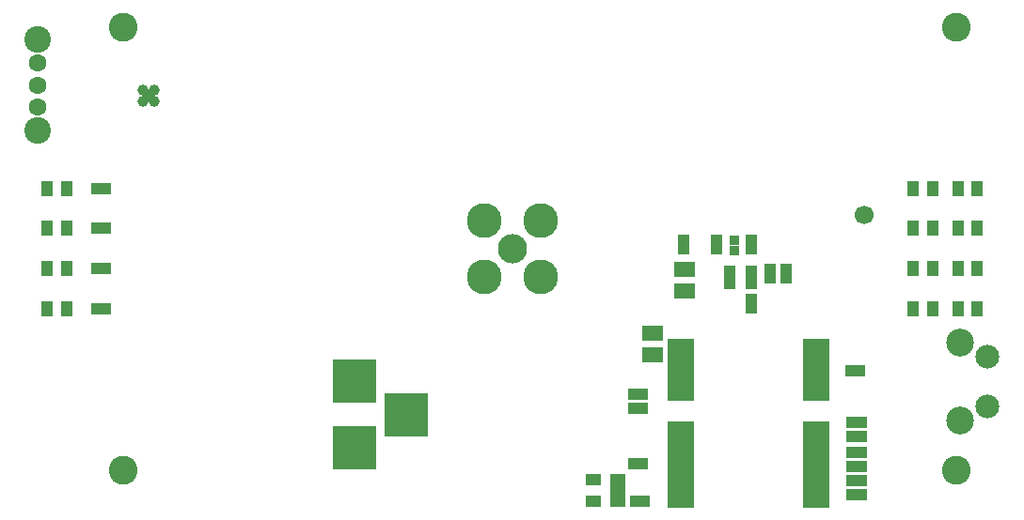
<source format=gbr>
G04 #@! TF.FileFunction,Soldermask,Bot*
%FSLAX46Y46*%
G04 Gerber Fmt 4.6, Leading zero omitted, Abs format (unit mm)*
G04 Created by KiCad (PCBNEW 4.0.7) date 05/21/18 17:19:51*
%MOMM*%
%LPD*%
G01*
G04 APERTURE LIST*
%ADD10C,0.100000*%
%ADD11C,2.600000*%
%ADD12R,3.900120X3.900120*%
%ADD13C,1.700000*%
%ADD14R,1.050000X0.975000*%
%ADD15R,2.400000X1.200000*%
%ADD16C,1.000000*%
%ADD17R,0.975000X1.050000*%
%ADD18R,1.900000X1.370000*%
%ADD19R,1.070000X1.400000*%
%ADD20C,2.400000*%
%ADD21C,1.600000*%
%ADD22R,1.050000X0.850000*%
%ADD23R,1.460000X1.050000*%
%ADD24C,3.140000*%
%ADD25C,2.640000*%
%ADD26C,2.500000*%
%ADD27C,2.150000*%
%ADD28R,0.900000X0.900000*%
G04 APERTURE END LIST*
D10*
D11*
X185000000Y-105000000D03*
X110000000Y-105000000D03*
X110000000Y-65000000D03*
D12*
X130800000Y-96999860D03*
X130800000Y-102999340D03*
X135499000Y-99999600D03*
D13*
X176654000Y-81992000D03*
D14*
X160400000Y-85000000D03*
X160400000Y-84225000D03*
D15*
X160143000Y-107774500D03*
X160143000Y-106674500D03*
X160143000Y-105574500D03*
X160143000Y-104474500D03*
X160143000Y-103374500D03*
X160143000Y-102274500D03*
X160143000Y-101174500D03*
X160143000Y-98174500D03*
X160143000Y-97074500D03*
X160143000Y-95974500D03*
X160143000Y-94874500D03*
X160143000Y-93774500D03*
X172343000Y-93774500D03*
X172343000Y-94874500D03*
X172343000Y-95974500D03*
X172343000Y-97074500D03*
X172343000Y-98174500D03*
X172343000Y-101174500D03*
X172343000Y-102274500D03*
X172343000Y-103374500D03*
X172343000Y-104474500D03*
X172343000Y-105574500D03*
X172343000Y-106674500D03*
X172343000Y-107774500D03*
D16*
X112268000Y-71247000D03*
X112768000Y-71747000D03*
X111768000Y-71747000D03*
X112768000Y-70747000D03*
X111768000Y-70747000D03*
D14*
X169672000Y-86861500D03*
X169672000Y-87636500D03*
D17*
X156724500Y-98171000D03*
X155949500Y-98171000D03*
X156724500Y-99441000D03*
X155949500Y-99441000D03*
X175628000Y-105918000D03*
X176403000Y-105918000D03*
D14*
X166497000Y-89592000D03*
X166497000Y-90367000D03*
D17*
X156851500Y-107823000D03*
X156076500Y-107823000D03*
X175628000Y-107188000D03*
X176403000Y-107188000D03*
D18*
X160500000Y-86900000D03*
X160500000Y-88810000D03*
D19*
X182875000Y-90400000D03*
X181125000Y-90400000D03*
X182875000Y-86800000D03*
X181125000Y-86800000D03*
X182875000Y-83200000D03*
X181125000Y-83200000D03*
X182875000Y-79600000D03*
X181125000Y-79600000D03*
D17*
X108387500Y-90400000D03*
X107612500Y-90400000D03*
X108387500Y-86800000D03*
X107612500Y-86800000D03*
X108387500Y-83200000D03*
X107612500Y-83200000D03*
X176276000Y-96012000D03*
X175501000Y-96012000D03*
X176403000Y-100711000D03*
X175628000Y-100711000D03*
X176403000Y-101981000D03*
X175628000Y-101981000D03*
D14*
X166497000Y-84994900D03*
X166497000Y-84219900D03*
X168211500Y-87636500D03*
X168211500Y-86861500D03*
X163423600Y-84219900D03*
X163423600Y-84994900D03*
D17*
X175628000Y-103378000D03*
X176403000Y-103378000D03*
X155949500Y-104394000D03*
X156724500Y-104394000D03*
X175628000Y-104648000D03*
X176403000Y-104648000D03*
X108387500Y-79600000D03*
X107612500Y-79600000D03*
D20*
X102280000Y-74380000D03*
X102280000Y-66180000D03*
D21*
X102280000Y-72280000D03*
X102280000Y-70280000D03*
X102280000Y-68280000D03*
D22*
X166499580Y-86980000D03*
X166499580Y-88280000D03*
X164599580Y-87630000D03*
X166499580Y-87630000D03*
X164599580Y-88280000D03*
X164599580Y-86980000D03*
D23*
X154490600Y-105869700D03*
X154490600Y-106819700D03*
X154490600Y-107769700D03*
X152290600Y-107769700D03*
X152290600Y-105869700D03*
D24*
X142460000Y-82460000D03*
X147540000Y-82460000D03*
X147540000Y-87540000D03*
X142460000Y-87540000D03*
D25*
X145000000Y-85000000D03*
D26*
X185324000Y-100502000D03*
D27*
X187814000Y-99242000D03*
X187814000Y-94742000D03*
D26*
X185324000Y-93492000D03*
D28*
X165023800Y-85221700D03*
X165023800Y-84221700D03*
D18*
X157657800Y-92669400D03*
X157657800Y-94579400D03*
D19*
X104875000Y-90400000D03*
X103125000Y-90400000D03*
X185125000Y-90400000D03*
X186875000Y-90400000D03*
X185125000Y-86800000D03*
X186875000Y-86800000D03*
X185125000Y-83200000D03*
X186875000Y-83200000D03*
X185125000Y-79600000D03*
X186875000Y-79600000D03*
X104875000Y-86800000D03*
X103125000Y-86800000D03*
X104875000Y-83200000D03*
X103125000Y-83200000D03*
X104875000Y-79600000D03*
X103125000Y-79600000D03*
D11*
X185000000Y-65000000D03*
M02*

</source>
